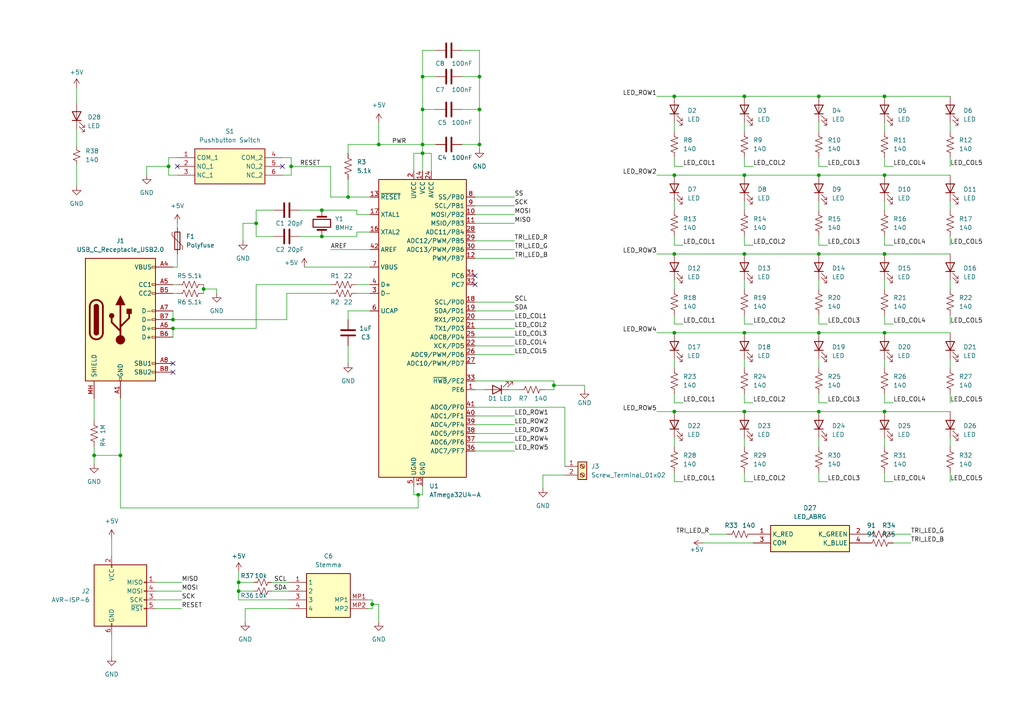
<source format=kicad_sch>
(kicad_sch (version 20230121) (generator eeschema)
  (paper "A4")
  (junction (at 59.055 83.82))
  (junction (at 215.9 96.52))
  (junction (at 139.065 41.91))
  (junction (at 256.54 73.66))
  (junction (at 100.965 57.15))
  (junction (at 237.49 96.52))
  (junction (at 256.54 96.52))
  (junction (at 237.49 73.66))
  (junction (at 122.555 44.45))
  (junction (at 69.215 171.45))
  (junction (at 195.58 119.38))
  (junction (at 122.555 22.225))
  (junction (at 69.215 168.91))
  (junction (at 48.895 48.26))
  (junction (at 256.54 119.38))
  (junction (at 93.345 68.58))
  (junction (at 122.555 31.75))
  (junction (at 139.065 22.225))
  (junction (at 237.49 119.38))
  (junction (at 121.285 143.51))
  (junction (at 195.58 50.8))
  (junction (at 50.165 95.25))
  (junction (at 160.655 111.76))
  (junction (at 34.925 132.08))
  (junction (at 27.305 132.08))
  (junction (at 215.9 50.8))
  (junction (at 237.49 50.8))
  (junction (at 215.9 27.94))
  (junction (at 256.54 50.8))
  (junction (at 215.9 119.38))
  (junction (at 50.165 92.71))
  (junction (at 256.54 27.94))
  (junction (at 195.58 96.52))
  (junction (at 215.9 73.66))
  (junction (at 107.95 175.26))
  (junction (at 122.555 41.91))
  (junction (at 109.855 41.91))
  (junction (at 237.49 27.94))
  (junction (at 84.455 48.26))
  (junction (at 93.345 60.96))
  (junction (at 195.58 27.94))
  (junction (at 74.295 64.77))
  (junction (at 195.58 73.66))
  (junction (at 139.065 31.75))
  (no_connect (at 51.435 48.26))
  (no_connect (at 50.165 105.41))
  (no_connect (at 137.795 82.55))
  (no_connect (at 137.795 80.01))
  (no_connect (at 81.915 48.26))
  (no_connect (at 50.165 107.95))
  (wire (pts (xy 70.485 64.77) (xy 74.295 64.77)))
  (wire (pts (xy 275.59 81.28) (xy 275.59 83.82)))
  (wire (pts (xy 195.58 119.38) (xy 215.9 119.38)))
  (wire (pts (xy 107.95 176.53) (xy 107.95 175.26)))
  (wire (pts (xy 195.58 50.8) (xy 215.9 50.8)))
  (wire (pts (xy 215.9 96.52) (xy 237.49 96.52)))
  (wire (pts (xy 240.03 116.84) (xy 237.49 116.84)))
  (wire (pts (xy 126.365 22.225) (xy 122.555 22.225)))
  (wire (pts (xy 62.865 83.82) (xy 62.865 85.09)))
  (wire (pts (xy 137.795 95.25) (xy 149.225 95.25)))
  (wire (pts (xy 137.795 69.85) (xy 149.225 69.85)))
  (wire (pts (xy 275.59 35.56) (xy 275.59 38.1)))
  (wire (pts (xy 139.065 41.91) (xy 139.065 43.18)))
  (wire (pts (xy 34.925 147.32) (xy 121.285 147.32)))
  (wire (pts (xy 195.58 71.12) (xy 195.58 68.58)))
  (wire (pts (xy 195.58 127) (xy 195.58 129.54)))
  (wire (pts (xy 198.12 93.98) (xy 195.58 93.98)))
  (wire (pts (xy 22.225 37.465) (xy 22.225 42.545)))
  (wire (pts (xy 163.83 137.795) (xy 157.48 137.795)))
  (wire (pts (xy 240.03 139.7) (xy 237.49 139.7)))
  (wire (pts (xy 137.795 57.15) (xy 149.225 57.15)))
  (wire (pts (xy 86.995 68.58) (xy 93.345 68.58)))
  (wire (pts (xy 237.49 73.66) (xy 256.54 73.66)))
  (wire (pts (xy 256.54 35.56) (xy 256.54 38.1)))
  (wire (pts (xy 137.795 90.17) (xy 149.225 90.17)))
  (wire (pts (xy 133.985 41.91) (xy 139.065 41.91)))
  (wire (pts (xy 275.59 137.16) (xy 275.59 139.7)))
  (wire (pts (xy 256.54 73.66) (xy 275.59 73.66)))
  (wire (pts (xy 195.58 104.14) (xy 195.58 106.68)))
  (wire (pts (xy 237.49 116.84) (xy 237.49 114.3)))
  (wire (pts (xy 100.965 52.07) (xy 100.965 57.15)))
  (wire (pts (xy 137.795 92.71) (xy 149.225 92.71)))
  (wire (pts (xy 103.505 60.96) (xy 93.345 60.96)))
  (wire (pts (xy 256.54 119.38) (xy 275.59 119.38)))
  (wire (pts (xy 195.58 73.66) (xy 215.9 73.66)))
  (wire (pts (xy 195.58 116.84) (xy 195.58 114.3)))
  (wire (pts (xy 100.965 90.17) (xy 100.965 92.71)))
  (wire (pts (xy 95.885 48.26) (xy 95.885 57.15)))
  (wire (pts (xy 195.58 81.28) (xy 195.58 83.82)))
  (wire (pts (xy 256.54 50.8) (xy 275.59 50.8)))
  (wire (pts (xy 215.9 50.8) (xy 237.49 50.8)))
  (wire (pts (xy 259.08 71.12) (xy 256.54 71.12)))
  (wire (pts (xy 147.955 113.03) (xy 150.495 113.03)))
  (wire (pts (xy 215.9 127) (xy 215.9 129.54)))
  (wire (pts (xy 45.085 173.99) (xy 52.705 173.99)))
  (wire (pts (xy 218.44 116.84) (xy 215.9 116.84)))
  (wire (pts (xy 78.74 168.91) (xy 83.82 168.91)))
  (wire (pts (xy 103.505 67.31) (xy 107.315 67.31)))
  (wire (pts (xy 237.49 58.42) (xy 237.49 60.96)))
  (wire (pts (xy 107.95 173.99) (xy 107.95 175.26)))
  (wire (pts (xy 256.54 93.98) (xy 256.54 91.44)))
  (wire (pts (xy 275.59 114.3) (xy 275.59 116.84)))
  (wire (pts (xy 198.12 71.12) (xy 195.58 71.12)))
  (wire (pts (xy 27.305 132.08) (xy 27.305 129.54)))
  (wire (pts (xy 109.855 41.91) (xy 100.965 41.91)))
  (wire (pts (xy 259.08 48.26) (xy 256.54 48.26)))
  (wire (pts (xy 190.5 96.52) (xy 195.58 96.52)))
  (wire (pts (xy 158.115 113.03) (xy 160.655 113.03)))
  (wire (pts (xy 198.12 48.26) (xy 195.58 48.26)))
  (wire (pts (xy 137.795 74.93) (xy 149.225 74.93)))
  (wire (pts (xy 237.49 81.28) (xy 237.49 83.82)))
  (wire (pts (xy 45.085 168.91) (xy 52.705 168.91)))
  (wire (pts (xy 83.82 176.53) (xy 71.12 176.53)))
  (wire (pts (xy 125.095 49.53) (xy 125.095 44.45)))
  (wire (pts (xy 237.49 35.56) (xy 237.49 38.1)))
  (wire (pts (xy 73.66 168.91) (xy 69.215 168.91)))
  (wire (pts (xy 259.08 154.94) (xy 264.16 154.94)))
  (wire (pts (xy 74.295 64.77) (xy 74.295 60.96)))
  (wire (pts (xy 51.435 64.77) (xy 51.435 66.04)))
  (wire (pts (xy 256.54 27.94) (xy 275.59 27.94)))
  (wire (pts (xy 137.795 59.69) (xy 149.225 59.69)))
  (wire (pts (xy 160.655 111.76) (xy 160.655 113.03)))
  (wire (pts (xy 109.855 175.26) (xy 109.855 180.34)))
  (wire (pts (xy 45.085 171.45) (xy 52.705 171.45)))
  (wire (pts (xy 137.795 100.33) (xy 149.225 100.33)))
  (wire (pts (xy 59.055 82.55) (xy 59.055 83.82)))
  (wire (pts (xy 83.185 85.09) (xy 95.885 85.09)))
  (wire (pts (xy 256.54 127) (xy 256.54 129.54)))
  (wire (pts (xy 126.365 14.605) (xy 122.555 14.605)))
  (wire (pts (xy 215.9 35.56) (xy 215.9 38.1)))
  (wire (pts (xy 137.795 62.23) (xy 149.225 62.23)))
  (wire (pts (xy 195.58 96.52) (xy 215.9 96.52)))
  (wire (pts (xy 218.44 93.98) (xy 215.9 93.98)))
  (wire (pts (xy 122.555 41.91) (xy 126.365 41.91)))
  (wire (pts (xy 50.165 90.17) (xy 50.165 92.71)))
  (wire (pts (xy 70.485 64.77) (xy 70.485 69.85)))
  (wire (pts (xy 237.49 127) (xy 237.49 129.54)))
  (wire (pts (xy 120.015 44.45) (xy 122.555 44.45)))
  (wire (pts (xy 215.9 139.7) (xy 215.9 137.16)))
  (wire (pts (xy 237.49 139.7) (xy 237.49 137.16)))
  (wire (pts (xy 125.095 44.45) (xy 122.555 44.45)))
  (wire (pts (xy 81.915 50.8) (xy 84.455 50.8)))
  (wire (pts (xy 256.54 81.28) (xy 256.54 83.82)))
  (wire (pts (xy 195.58 48.26) (xy 195.58 45.72)))
  (wire (pts (xy 237.49 93.98) (xy 237.49 91.44)))
  (wire (pts (xy 137.795 97.79) (xy 149.225 97.79)))
  (wire (pts (xy 74.295 82.55) (xy 95.885 82.55)))
  (wire (pts (xy 195.58 139.7) (xy 195.58 137.16)))
  (wire (pts (xy 205.74 154.94) (xy 210.82 154.94)))
  (wire (pts (xy 69.215 171.45) (xy 73.66 171.45)))
  (wire (pts (xy 215.9 81.28) (xy 215.9 83.82)))
  (wire (pts (xy 86.995 60.96) (xy 93.345 60.96)))
  (wire (pts (xy 133.985 14.605) (xy 139.065 14.605)))
  (wire (pts (xy 126.365 31.75) (xy 122.555 31.75)))
  (wire (pts (xy 74.295 82.55) (xy 74.295 95.25)))
  (wire (pts (xy 48.895 48.26) (xy 48.895 45.72)))
  (wire (pts (xy 106.68 173.99) (xy 107.95 173.99)))
  (wire (pts (xy 121.285 143.51) (xy 122.555 143.51)))
  (wire (pts (xy 51.435 77.47) (xy 50.165 77.47)))
  (wire (pts (xy 160.655 110.49) (xy 137.795 110.49)))
  (wire (pts (xy 122.555 143.51) (xy 122.555 140.97)))
  (wire (pts (xy 137.795 87.63) (xy 149.225 87.63)))
  (wire (pts (xy 275.59 68.58) (xy 275.59 71.12)))
  (wire (pts (xy 51.435 85.09) (xy 50.165 85.09)))
  (wire (pts (xy 275.59 104.14) (xy 275.59 106.68)))
  (wire (pts (xy 27.305 134.62) (xy 27.305 132.08)))
  (wire (pts (xy 237.49 27.94) (xy 256.54 27.94)))
  (wire (pts (xy 84.455 50.8) (xy 84.455 48.26)))
  (wire (pts (xy 122.555 44.45) (xy 122.555 41.91)))
  (wire (pts (xy 259.08 139.7) (xy 256.54 139.7)))
  (wire (pts (xy 122.555 22.225) (xy 122.555 31.75)))
  (wire (pts (xy 69.215 165.735) (xy 69.215 168.91)))
  (wire (pts (xy 218.44 48.26) (xy 215.9 48.26)))
  (wire (pts (xy 83.82 173.99) (xy 69.215 173.99)))
  (wire (pts (xy 100.965 57.15) (xy 107.315 57.15)))
  (wire (pts (xy 198.12 139.7) (xy 195.58 139.7)))
  (wire (pts (xy 240.03 71.12) (xy 237.49 71.12)))
  (wire (pts (xy 195.58 35.56) (xy 195.58 38.1)))
  (wire (pts (xy 122.555 14.605) (xy 122.555 22.225)))
  (wire (pts (xy 32.385 184.15) (xy 32.385 190.5)))
  (wire (pts (xy 122.555 31.75) (xy 122.555 41.91)))
  (wire (pts (xy 137.795 125.73) (xy 149.225 125.73)))
  (wire (pts (xy 32.385 156.21) (xy 32.385 161.29)))
  (wire (pts (xy 48.895 45.72) (xy 51.435 45.72)))
  (wire (pts (xy 103.505 82.55) (xy 107.315 82.55)))
  (wire (pts (xy 137.795 128.27) (xy 149.225 128.27)))
  (wire (pts (xy 256.54 116.84) (xy 256.54 114.3)))
  (wire (pts (xy 59.055 83.82) (xy 62.865 83.82)))
  (wire (pts (xy 160.655 111.76) (xy 160.655 110.49)))
  (wire (pts (xy 237.49 50.8) (xy 256.54 50.8)))
  (wire (pts (xy 237.49 119.38) (xy 256.54 119.38)))
  (wire (pts (xy 103.505 85.09) (xy 107.315 85.09)))
  (wire (pts (xy 195.58 58.42) (xy 195.58 60.96)))
  (wire (pts (xy 160.655 111.76) (xy 169.545 111.76)))
  (wire (pts (xy 195.58 27.94) (xy 215.9 27.94)))
  (wire (pts (xy 198.12 116.84) (xy 195.58 116.84)))
  (wire (pts (xy 163.83 118.11) (xy 163.83 135.255)))
  (wire (pts (xy 107.315 90.17) (xy 100.965 90.17)))
  (wire (pts (xy 27.305 115.57) (xy 27.305 121.92)))
  (wire (pts (xy 71.12 176.53) (xy 71.12 180.34)))
  (wire (pts (xy 121.285 143.51) (xy 121.285 147.32)))
  (wire (pts (xy 137.795 123.19) (xy 149.225 123.19)))
  (wire (pts (xy 133.985 22.225) (xy 139.065 22.225)))
  (wire (pts (xy 215.9 104.14) (xy 215.9 106.68)))
  (wire (pts (xy 22.225 25.4) (xy 22.225 29.845)))
  (wire (pts (xy 79.375 68.58) (xy 74.295 68.58)))
  (wire (pts (xy 137.795 130.81) (xy 149.225 130.81)))
  (wire (pts (xy 215.9 93.98) (xy 215.9 91.44)))
  (wire (pts (xy 275.59 127) (xy 275.59 129.54)))
  (wire (pts (xy 50.165 92.71) (xy 83.185 92.71)))
  (wire (pts (xy 45.085 176.53) (xy 52.705 176.53)))
  (wire (pts (xy 215.9 71.12) (xy 215.9 68.58)))
  (wire (pts (xy 88.265 77.47) (xy 107.315 77.47)))
  (wire (pts (xy 190.5 50.8) (xy 195.58 50.8)))
  (wire (pts (xy 103.505 62.23) (xy 107.315 62.23)))
  (wire (pts (xy 122.555 41.91) (xy 109.855 41.91)))
  (wire (pts (xy 59.055 83.82) (xy 59.055 85.09)))
  (wire (pts (xy 218.44 71.12) (xy 215.9 71.12)))
  (wire (pts (xy 42.545 50.8) (xy 42.545 48.26)))
  (wire (pts (xy 22.225 53.975) (xy 22.225 47.625)))
  (wire (pts (xy 264.16 157.48) (xy 259.08 157.48)))
  (wire (pts (xy 218.44 157.48) (xy 203.835 157.48)))
  (wire (pts (xy 218.44 139.7) (xy 215.9 139.7)))
  (wire (pts (xy 103.505 62.23) (xy 103.505 60.96)))
  (wire (pts (xy 48.895 50.8) (xy 48.895 48.26)))
  (wire (pts (xy 256.54 139.7) (xy 256.54 137.16)))
  (wire (pts (xy 215.9 119.38) (xy 237.49 119.38)))
  (wire (pts (xy 100.965 100.33) (xy 100.965 105.41)))
  (wire (pts (xy 51.435 73.66) (xy 51.435 77.47)))
  (wire (pts (xy 74.295 68.58) (xy 74.295 64.77)))
  (wire (pts (xy 137.795 72.39) (xy 149.225 72.39)))
  (wire (pts (xy 42.545 48.26) (xy 48.895 48.26)))
  (wire (pts (xy 190.5 119.38) (xy 195.58 119.38)))
  (wire (pts (xy 78.74 171.45) (xy 83.82 171.45)))
  (wire (pts (xy 139.065 31.75) (xy 139.065 41.91)))
  (wire (pts (xy 195.58 93.98) (xy 195.58 91.44)))
  (wire (pts (xy 215.9 116.84) (xy 215.9 114.3)))
  (wire (pts (xy 215.9 58.42) (xy 215.9 60.96)))
  (wire (pts (xy 34.925 115.57) (xy 34.925 132.08)))
  (wire (pts (xy 190.5 73.66) (xy 195.58 73.66)))
  (wire (pts (xy 139.065 22.225) (xy 139.065 31.75)))
  (wire (pts (xy 106.68 176.53) (xy 107.95 176.53)))
  (wire (pts (xy 259.08 93.98) (xy 256.54 93.98)))
  (wire (pts (xy 34.925 132.08) (xy 34.925 147.32)))
  (wire (pts (xy 74.295 95.25) (xy 50.165 95.25)))
  (wire (pts (xy 120.015 49.53) (xy 120.015 44.45)))
  (wire (pts (xy 240.03 93.98) (xy 237.49 93.98)))
  (wire (pts (xy 81.915 45.72) (xy 84.455 45.72)))
  (wire (pts (xy 95.885 72.39) (xy 107.315 72.39)))
  (wire (pts (xy 121.285 143.51) (xy 120.015 143.51)))
  (wire (pts (xy 157.48 137.795) (xy 157.48 141.605)))
  (wire (pts (xy 275.59 91.44) (xy 275.59 93.98)))
  (wire (pts (xy 133.985 31.75) (xy 139.065 31.75)))
  (wire (pts (xy 84.455 48.26) (xy 95.885 48.26)))
  (wire (pts (xy 51.435 82.55) (xy 50.165 82.55)))
  (wire (pts (xy 69.215 168.91) (xy 69.215 171.45)))
  (wire (pts (xy 256.54 48.26) (xy 256.54 45.72)))
  (wire (pts (xy 95.885 57.15) (xy 100.965 57.15)))
  (wire (pts (xy 83.185 92.71) (xy 83.185 85.09)))
  (wire (pts (xy 79.375 60.96) (xy 74.295 60.96)))
  (wire (pts (xy 259.08 116.84) (xy 256.54 116.84)))
  (wire (pts (xy 275.59 58.42) (xy 275.59 60.96)))
  (wire (pts (xy 275.59 45.72) (xy 275.59 48.26)))
  (wire (pts (xy 237.49 71.12) (xy 237.49 68.58)))
  (wire (pts (xy 237.49 104.14) (xy 237.49 106.68)))
  (wire (pts (xy 237.49 96.52) (xy 256.54 96.52)))
  (wire (pts (xy 169.545 113.03) (xy 169.545 111.76)))
  (wire (pts (xy 137.795 120.65) (xy 149.225 120.65)))
  (wire (pts (xy 139.065 14.605) (xy 139.065 22.225)))
  (wire (pts (xy 51.435 50.8) (xy 48.895 50.8)))
  (wire (pts (xy 215.9 48.26) (xy 215.9 45.72)))
  (wire (pts (xy 237.49 48.26) (xy 237.49 45.72)))
  (wire (pts (xy 137.795 102.87) (xy 149.225 102.87)))
  (wire (pts (xy 240.03 48.26) (xy 237.49 48.26)))
  (wire (pts (xy 69.215 171.45) (xy 69.215 173.99)))
  (wire (pts (xy 215.9 73.66) (xy 237.49 73.66)))
  (wire (pts (xy 256.54 71.12) (xy 256.54 68.58)))
  (wire (pts (xy 107.95 175.26) (xy 109.855 175.26)))
  (wire (pts (xy 215.9 27.94) (xy 237.49 27.94)))
  (wire (pts (xy 137.795 118.11) (xy 163.83 118.11)))
  (wire (pts (xy 256.54 96.52) (xy 275.59 96.52)))
  (wire (pts (xy 256.54 104.14) (xy 256.54 106.68)))
  (wire (pts (xy 84.455 45.72) (xy 84.455 48.26)))
  (wire (pts (xy 122.555 49.53) (xy 122.555 44.45)))
  (wire (pts (xy 256.54 58.42) (xy 256.54 60.96)))
  (wire (pts (xy 190.5 27.94) (xy 195.58 27.94)))
  (wire (pts (xy 103.505 68.58) (xy 93.345 68.58)))
  (wire (pts (xy 109.855 35.56) (xy 109.855 41.91)))
  (wire (pts (xy 137.795 64.77) (xy 149.225 64.77)))
  (wire (pts (xy 137.795 113.03) (xy 140.335 113.03)))
  (wire (pts (xy 103.505 67.31) (xy 103.505 68.58)))
  (wire (pts (xy 100.965 41.91) (xy 100.965 44.45)))
  (wire (pts (xy 27.305 132.08) (xy 34.925 132.08)))
  (wire (pts (xy 120.015 143.51) (xy 120.015 140.97)))
  (wire (pts (xy 50.165 95.25) (xy 50.165 97.79)))
  (label "SCK" (at 52.705 173.99 0))
  (label "LED_COL5" (at 275.59 93.98 0))
  (label "LED_COL1" (at 149.225 92.71 0))
  (label "LED_COL3" (at 240.03 139.7 0))
  (label "LED_COL1" (at 198.12 139.7 0))
  (label "RESET" (at 86.995 48.26 0))
  (label "LED_COL1" (at 198.12 116.84 0))
  (label "LED_COL4" (at 259.08 93.98 0))
  (label "SDA" (at 83.185 171.45 180))
  (label "LED_COL2" (at 218.44 139.7 0))
  (label "LED_COL5" (at 275.59 139.7 0))
  (label "SCK" (at 149.225 59.69 0))
  (label "LED_COL2" (at 218.44 116.84 0))
  (label "LED_COL2" (at 149.225 95.25 0))
  (label "LED_COL3" (at 240.03 116.84 0))
  (label "TRI_LED_B" (at 149.225 74.93 0))
  (label "LED_COL3" (at 149.225 97.79 0))
  (label "MISO" (at 149.225 64.77 0))
  (label "SCL" (at 149.225 87.63 0))
  (label "TRI_LED_G" (at 264.16 154.94 0))
  (label "LED_ROW3" (at 190.5 73.66 180))
  (label "MISO" (at 52.705 168.91 0))
  (label "LED_ROW1" (at 190.5 27.94 180))
  (label "LED_COL4" (at 259.08 48.26 0))
  (label "LED_ROW3" (at 149.225 125.73 0))
  (label "SDA" (at 149.225 90.17 0))
  (label "LED_COL1" (at 198.12 71.12 0))
  (label "TRI_LED_R" (at 149.225 69.85 0))
  (label "LED_ROW1" (at 149.225 120.65 0))
  (label "LED_ROW5" (at 149.225 130.81 0))
  (label "LED_COL4" (at 259.08 139.7 0))
  (label "LED_ROW5" (at 190.5 119.38 180))
  (label "LED_COL2" (at 218.44 93.98 0))
  (label "RESET" (at 52.705 176.53 0))
  (label "LED_COL5" (at 149.225 102.87 0))
  (label "LED_COL3" (at 240.03 93.98 0))
  (label "MOSI" (at 149.225 62.23 0))
  (label "LED_COL1" (at 198.12 48.26 0))
  (label "LED_COL3" (at 240.03 71.12 0))
  (label "LED_COL4" (at 259.08 71.12 0))
  (label "TRI_LED_B" (at 264.16 157.48 0))
  (label "LED_COL4" (at 149.225 100.33 0))
  (label "PWR" (at 113.665 41.91 0))
  (label "LED_ROW4" (at 149.225 128.27 0))
  (label "LED_ROW4" (at 190.5 96.52 180))
  (label "LED_COL5" (at 275.59 71.12 0))
  (label "LED_COL3" (at 240.03 48.26 0))
  (label "SCL" (at 83.185 168.91 180))
  (label "LED_COL4" (at 259.08 116.84 0))
  (label "MOSI" (at 52.705 171.45 0))
  (label "SS" (at 149.225 57.15 0))
  (label "LED_ROW2" (at 190.5 50.8 180))
  (label "TRI_LED_G" (at 149.225 72.39 0))
  (label "LED_COL2" (at 218.44 48.26 0))
  (label "LED_ROW2" (at 149.225 123.19 0))
  (label "LED_COL1" (at 198.12 93.98 0))
  (label "AREF" (at 95.885 72.39 0))
  (label "LED_COL5" (at 275.59 48.26 0))
  (label "LED_COL5" (at 275.59 116.84 0))
  (label "LED_COL2" (at 218.44 71.12 0))
  (label "TRI_LED_R" (at 205.74 154.94 180))
  (symbol (lib_id "Device:R_US") (at 255.27 154.94 270) (unit 1)
    (property "Reference" "R34" (at 257.81 152.4 90))
    (property "Value" "91" (at 252.73 152.4 90))
    (property "Footprint" "Resistor_SMD:R_0805_2012Metric_Pad1.20x1.40mm_HandSolder" (effects hide))
    (property "Datasheet" "https://www.mouser.com/ProductDetail/71-CRCW080591R0FKEAC" (effects hide))
  )
  (symbol (lib_id "Device:LED") (at 275.59 100.33 90) (unit 1)
    (property "Reference" "D21" (at 279.4 100.6475 90) (effects (justify right)))
    (property "Value" "LED" (at 279.4 103.1875 90) (effects (justify right)))
    (property "Footprint" "LED_SMD:LED_0805_2012Metric_Pad1.15x1.40mm_HandSolder" (effects hide))
    (property "Datasheet" "https://www.mouser.com/ProductDetail/ams-OSRAM/LG-R971-KN-1?qs=LsPilcdHE7EX1EB7GCLHxg%3D%3D" (effects hide))
  )
  (symbol (lib_id "Device:R_Small_US") (at 22.225 45.085 0) (unit 1)
    (property "Reference" "R38" (at 24.765 43.815 0) (effects (justify left)))
    (property "Value" "140" (at 24.765 46.355 0) (effects (justify left)))
    (property "Footprint" "Resistor_SMD:R_0805_2012Metric_Pad1.20x1.40mm_HandSolder" (effects hide))
    (property "Datasheet" "https://www.mouser.com/ProductDetail/652-CR0805FX-1400ELF" (effects hide))
  )
  (symbol (lib_id "Device:C") (at 100.965 96.52 180) (unit 1)
    (property "Reference" "C3" (at 106.045 97.79 0))
    (property "Value" "1uF" (at 106.045 95.25 0))
    (property "Footprint" "Capacitor_SMD:C_0603_1608Metric_Pad1.08x0.95mm_HandSolder" (effects hide))
    (property "Datasheet" "https://www.mouser.com/ProductDetail/810-CGA3E1X7R1C105AC" (effects hide))
  )
  (symbol (lib_id "Device:LED") (at 22.225 33.655 90) (unit 1)
    (property "Reference" "D28" (at 25.4 33.9725 90) (effects (justify right)))
    (property "Value" "LED" (at 25.4 36.5125 90) (effects (justify right)))
    (property "Footprint" "LED_SMD:LED_0805_2012Metric_Pad1.15x1.40mm_HandSolder" (effects hide))
    (property "Datasheet" "https://www.mouser.com/ProductDetail/ROHM-Semiconductor/SML-H12V8TT86?qs=493kPxzlxfI59R5PYPQRxg%3D%3D" (effects hide))
  )
  (symbol (lib_id "Device:R_US") (at 99.695 85.09 90) (unit 1)
    (property "Reference" "R2" (at 97.155 87.63 90))
    (property "Value" "22" (at 100.965 87.63 90))
    (property "Footprint" "Resistor_SMD:R_0805_2012Metric_Pad1.20x1.40mm_HandSolder" (effects hide))
    (property "Datasheet" "https://www.mouser.com/ProductDetail/667-ERJ-6ENF22R0V" (effects hide))
  )
  (symbol (lib_id "Device:R_US") (at 275.59 133.35 0) (unit 1)
    (property "Reference" "R32" (at 278.13 132.08 0) (effects (justify left)))
    (property "Value" "140" (at 278.13 134.62 0) (effects (justify left)))
    (property "Footprint" "Resistor_SMD:R_0805_2012Metric_Pad1.20x1.40mm_HandSolder" (effects hide))
    (property "Datasheet" "https://www.mouser.com/ProductDetail/652-CR0805FX-1400ELF" (effects hide))
  )
  (symbol (lib_id "Device:R_US") (at 237.49 133.35 0) (unit 1)
    (property "Reference" "R30" (at 240.03 132.08 0) (effects (justify left)))
    (property "Value" "140" (at 240.03 134.62 0) (effects (justify left)))
    (property "Footprint" "Resistor_SMD:R_0805_2012Metric_Pad1.20x1.40mm_HandSolder" (effects hide))
    (property "Datasheet" "https://www.mouser.com/ProductDetail/652-CR0805FX-1400ELF" (effects hide))
  )
  (symbol (lib_id "power:GND") (at 71.12 180.34 0) (unit 1)
    (property "Reference" "#PWR015" (effects hide))
    (property "Value" "GND" (at 71.12 185.42 0))
  )
  (symbol (lib_id "power:GND") (at 42.545 50.8 0) (unit 1)
    (property "Reference" "#PWR014" (effects hide))
    (property "Value" "GND" (at 42.545 55.88 0))
  )
  (symbol (lib_id "basic_microcontroller:SPEJ110100") (at 51.435 45.72 0) (unit 1)
    (property "Reference" "S1" (at 66.675 38.1 0))
    (property "Value" "Pushbutton Switch" (at 66.675 40.64 0))
    (property "Footprint" "basic_microcontroller:Pushbutton Switch" (effects hide))
    (property "Datasheet" "https://www.mouser.com/ProductDetail/688-SPEJ110100" (effects hide))
    (property "Height" "8" (effects hide))
    (property "Mouser Part Number" "688-SPEJ110100" (effects hide))
    (property "Mouser Price/Stock" "https://www.mouser.co.uk/ProductDetail/Alps-Alpine/SPEJ110100?qs=YMSFtX0bdJBg5hL%2FI29c%252BQ%3D%3D" (effects hide))
    (property "Manufacturer_Name" "ALPS Electric" (effects hide))
    (property "Manufacturer_Part_Number" "SPEJ110100" (effects hide))
  )
  (symbol (lib_id "Device:R_US") (at 195.58 41.91 0) (unit 1)
    (property "Reference" "R8" (at 198.12 40.64 0) (effects (justify left)))
    (property "Value" "140" (at 198.12 43.18 0) (effects (justify left)))
    (property "Footprint" "Resistor_SMD:R_0805_2012Metric_Pad1.20x1.40mm_HandSolder" (effects hide))
    (property "Datasheet" "https://www.mouser.com/ProductDetail/652-CR0805FX-1400ELF" (effects hide))
  )
  (symbol (lib_id "Device:R_US") (at 214.63 154.94 90) (unit 1)
    (property "Reference" "R33" (at 212.09 152.4 90))
    (property "Value" "140" (at 217.17 152.4 90))
    (property "Footprint" "Resistor_SMD:R_0805_2012Metric_Pad1.20x1.40mm_HandSolder" (effects hide))
    (property "Datasheet" "https://www.mouser.com/ProductDetail/652-CR0805FX-1400ELF" (effects hide))
  )
  (symbol (lib_id "Device:R_US") (at 256.54 41.91 0) (unit 1)
    (property "Reference" "R11" (at 259.08 40.64 0) (effects (justify left)))
    (property "Value" "140" (at 259.08 43.18 0) (effects (justify left)))
    (property "Footprint" "Resistor_SMD:R_0805_2012Metric_Pad1.20x1.40mm_HandSolder" (effects hide))
    (property "Datasheet" "https://www.mouser.com/ProductDetail/652-CR0805FX-1400ELF" (effects hide))
  )
  (symbol (lib_id "Device:C") (at 130.175 22.225 270) (unit 1)
    (property "Reference" "C7" (at 127.635 26.035 90))
    (property "Value" "100nF" (at 133.985 26.035 90))
    (property "Footprint" "Capacitor_SMD:C_0603_1608Metric_Pad1.08x0.95mm_HandSolder" (effects hide))
    (property "Datasheet" "https://www.mouser.com/ProductDetail/81-GCM188R71C104KA7J" (effects hide))
  )
  (symbol (lib_id "power:GND") (at 27.305 134.62 0) (unit 1)
    (property "Reference" "#PWR03" (effects hide))
    (property "Value" "GND" (at 27.305 139.7 0))
  )
  (symbol (lib_id "Device:LED") (at 195.58 31.75 90) (unit 1)
    (property "Reference" "D2" (at 199.39 32.0675 90) (effects (justify right)))
    (property "Value" "LED" (at 199.39 34.6075 90) (effects (justify right)))
    (property "Footprint" "LED_SMD:LED_0805_2012Metric_Pad1.15x1.40mm_HandSolder" (effects hide))
    (property "Datasheet" "https://www.mouser.com/ProductDetail/ams-OSRAM/LG-R971-KN-1?qs=LsPilcdHE7EX1EB7GCLHxg%3D%3D" (effects hide))
  )
  (symbol (lib_id "Device:R_US") (at 100.965 48.26 0) (unit 1)
    (property "Reference" "R3" (at 103.505 46.99 0) (effects (justify left)))
    (property "Value" "5.1k" (at 103.505 49.53 0) (effects (justify left)))
    (property "Footprint" "Resistor_SMD:R_0603_1608Metric_Pad0.98x0.95mm_HandSolder" (effects hide))
  )
  (symbol (lib_id "Device:R_US") (at 256.54 133.35 0) (unit 1)
    (property "Reference" "R31" (at 259.08 132.08 0) (effects (justify left)))
    (property "Value" "140" (at 259.08 134.62 0) (effects (justify left)))
    (property "Footprint" "Resistor_SMD:R_0805_2012Metric_Pad1.20x1.40mm_HandSolder" (effects hide))
    (property "Datasheet" "https://www.mouser.com/ProductDetail/652-CR0805FX-1400ELF" (effects hide))
  )
  (symbol (lib_id "power:+5V") (at 32.385 156.21 0) (unit 1)
    (property "Reference" "#PWR010" (effects hide))
    (property "Value" "+5V" (at 32.385 151.13 0))
  )
  (symbol (lib_id "power:GND") (at 139.065 43.18 0) (unit 1)
    (property "Reference" "#PWR08" (effects hide))
    (property "Value" "GND" (at 139.065 48.26 0))
  )
  (symbol (lib_id "basic_microcontroller:IN-S85TATRGB") (at 218.44 154.94 0) (unit 1)
    (property "Reference" "D27" (at 234.95 147.32 0))
    (property "Value" "LED_ABRG" (at 234.95 149.86 0))
    (property "Footprint" "basic_microcontroller:RGB LED" (effects hide))
    (property "Datasheet" "https://www.mouser.com/ProductDetail/Inolux/IN-S85TATRGB?qs=fAHHVMwC%252BbjTv4T6LB3H6Q%3D%3D" (effects hide))
    (property "Height" "1.1" (effects hide))
    (property "Mouser Part Number" "743-IN-S85TATRGB" (effects hide))
    (property "Mouser Price/Stock" "https://www.mouser.co.uk/ProductDetail/Inolux/IN-S85TATRGB?qs=fAHHVMwC%252BbjTv4T6LB3H6Q%3D%3D" (effects hide))
    (property "Manufacturer_Name" "Inolux" (effects hide))
    (property "Manufacturer_Part_Number" "IN-S85TATRGB" (effects hide))
  )
  (symbol (lib_id "Device:R_US") (at 215.9 41.91 0) (unit 1)
    (property "Reference" "R9" (at 218.44 40.64 0) (effects (justify left)))
    (property "Value" "140" (at 218.44 43.18 0) (effects (justify left)))
    (property "Footprint" "Resistor_SMD:R_0805_2012Metric_Pad1.20x1.40mm_HandSolder" (effects hide))
    (property "Datasheet" "https://www.mouser.com/ProductDetail/652-CR0805FX-1400ELF" (effects hide))
  )
  (symbol (lib_id "Device:LED") (at 275.59 31.75 90) (unit 1)
    (property "Reference" "D6" (at 279.4 32.0675 90) (effects (justify right)))
    (property "Value" "LED" (at 279.4 34.6075 90) (effects (justify right)))
    (property "Footprint" "LED_SMD:LED_0805_2012Metric_Pad1.15x1.40mm_HandSolder" (effects hide))
    (property "Datasheet" "https://www.mouser.com/ProductDetail/ams-OSRAM/LG-R971-KN-1?qs=LsPilcdHE7EX1EB7GCLHxg%3D%3D" (effects hide))
  )
  (symbol (lib_id "MCU_Microchip_ATmega:ATmega32U4-A") (at 122.555 95.25 0) (unit 1)
    (property "Reference" "U1" (at 124.5109 140.97 0) (effects (justify left)))
    (property "Value" "ATmega32U4-A" (at 124.5109 143.51 0) (effects (justify left)))
    (property "Footprint" "Package_QFP:TQFP-44_10x10mm_P0.8mm" (effects hide))
    (property "Datasheet" "http://ww1.microchip.com/downloads/en/DeviceDoc/Atmel-7766-8-bit-AVR-ATmega16U4-32U4_Datasheet.pdf" (effects hide))
  )
  (symbol (lib_id "Device:LED") (at 237.49 100.33 90) (unit 1)
    (property "Reference" "D19" (at 241.3 100.6475 90) (effects (justify right)))
    (property "Value" "LED" (at 241.3 103.1875 90) (effects (justify right)))
    (property "Footprint" "LED_SMD:LED_0805_2012Metric_Pad1.15x1.40mm_HandSolder" (effects hide))
    (property "Datasheet" "https://www.mouser.com/ProductDetail/ams-OSRAM/LG-R971-KN-1?qs=LsPilcdHE7EX1EB7GCLHxg%3D%3D" (effects hide))
  )
  (symbol (lib_id "Device:R_US") (at 27.305 125.73 180) (unit 1)
    (property "Reference" "R4" (at 29.845 128.27 90))
    (property "Value" "1M" (at 29.845 124.46 90))
    (property "Footprint" "Resistor_SMD:R_0805_2012Metric_Pad1.20x1.40mm_HandSolder" (effects hide))
    (property "Datasheet" "https://www.mouser.com/ProductDetail/660-HV732ARTTD105J" (effects hide))
  )
  (symbol (lib_id "Device:C") (at 130.175 41.91 270) (unit 1)
    (property "Reference" "C4" (at 128.27 45.72 90))
    (property "Value" "100nF" (at 133.985 45.72 90))
    (property "Footprint" "Capacitor_SMD:C_0603_1608Metric_Pad1.08x0.95mm_HandSolder" (effects hide))
    (property "Datasheet" "https://www.mouser.com/ProductDetail/81-GCM188R71C104KA7J" (effects hide))
  )
  (symbol (lib_id "Device:R_US") (at 215.9 64.77 0) (unit 1)
    (property "Reference" "R14" (at 218.44 63.5 0) (effects (justify left)))
    (property "Value" "140" (at 218.44 66.04 0) (effects (justify left)))
    (property "Footprint" "Resistor_SMD:R_0805_2012Metric_Pad1.20x1.40mm_HandSolder" (effects hide))
    (property "Datasheet" "https://www.mouser.com/ProductDetail/652-CR0805FX-1400ELF" (effects hide))
  )
  (symbol (lib_id "Device:LED") (at 195.58 54.61 90) (unit 1)
    (property "Reference" "D7" (at 199.39 54.9275 90) (effects (justify right)))
    (property "Value" "LED" (at 199.39 57.4675 90) (effects (justify right)))
    (property "Footprint" "LED_SMD:LED_0805_2012Metric_Pad1.15x1.40mm_HandSolder" (effects hide))
    (property "Datasheet" "https://www.mouser.com/ProductDetail/ams-OSRAM/LG-R971-KN-1?qs=LsPilcdHE7EX1EB7GCLHxg%3D%3D" (effects hide))
  )
  (symbol (lib_id "basic_microcontroller:Stemma") (at 106.68 176.53 180) (unit 1)
    (property "Reference" "C6" (at 95.25 161.29 0))
    (property "Value" "Stemma" (at 95.25 163.83 0))
    (property "Footprint" "basic_microcontroller:stemma" (effects hide))
    (property "Datasheet" "https://www.mouser.dk/datasheet/2/737/4389_C13924-001_CCP-W20-03-BK-SMT-R-A-1708610.pdf" (effects hide))
    (property "Height" "6.85" (effects hide))
    (property "Mouser Part Number" "485-4392" (effects hide))
    (property "Mouser Price/Stock" "https://www.mouser.co.uk/ProductDetail/Adafruit/4392?qs=xZ%2FP%252Ba9zWqbG2TKb%252Bnxciw%3D%3D" (effects hide))
    (property "Manufacturer_Name" "Adafruit" (effects hide))
    (property "Manufacturer_Part_Number" "4392" (effects hide))
  )
  (symbol (lib_id "power:+5V") (at 203.835 157.48 90) (unit 1)
    (property "Reference" "#PWR012" (effects hide))
    (property "Value" "+5V" (at 200.025 159.385 90) (effects (justify right)))
  )
  (symbol (lib_id "Device:LED") (at 237.49 77.47 90) (unit 1)
    (property "Reference" "D14" (at 241.3 77.7875 90) (effects (justify right)))
    (property "Value" "LED" (at 241.3 80.3275 90) (effects (justify right)))
    (property "Footprint" "LED_SMD:LED_0805_2012Metric_Pad1.15x1.40mm_HandSolder" (effects hide))
    (property "Datasheet" "https://www.mouser.com/ProductDetail/ams-OSRAM/LG-R971-KN-1?qs=LsPilcdHE7EX1EB7GCLHxg%3D%3D" (effects hide))
  )
  (symbol (lib_id "Device:LED") (at 256.54 100.33 90) (unit 1)
    (property "Reference" "D20" (at 260.35 100.6475 90) (effects (justify right)))
    (property "Value" "LED" (at 260.35 103.1875 90) (effects (justify right)))
    (property "Footprint" "LED_SMD:LED_0805_2012Metric_Pad1.15x1.40mm_HandSolder" (effects hide))
    (property "Datasheet" "https://www.mouser.com/ProductDetail/ams-OSRAM/LG-R971-KN-1?qs=LsPilcdHE7EX1EB7GCLHxg%3D%3D" (effects hide))
  )
  (symbol (lib_id "Device:R_US") (at 215.9 87.63 0) (unit 1)
    (property "Reference" "R19" (at 218.44 86.36 0) (effects (justify left)))
    (property "Value" "140" (at 218.44 88.9 0) (effects (justify left)))
    (property "Footprint" "Resistor_SMD:R_0805_2012Metric_Pad1.20x1.40mm_HandSolder" (effects hide))
    (property "Datasheet" "https://www.mouser.com/ProductDetail/652-CR0805FX-1400ELF" (effects hide))
  )
  (symbol (lib_id "Device:C") (at 130.175 14.605 270) (unit 1)
    (property "Reference" "C8" (at 127.635 18.415 90))
    (property "Value" "100nF" (at 133.985 18.415 90))
    (property "Footprint" "Capacitor_SMD:C_0603_1608Metric_Pad1.08x0.95mm_HandSolder" (effects hide))
    (property "Datasheet" "https://www.mouser.com/ProductDetail/81-GCM188R71C104KA7J" (effects hide))
  )
  (symbol (lib_id "Device:LED") (at 237.49 54.61 90) (unit 1)
    (property "Reference" "D9" (at 241.3 54.9275 90) (effects (justify right)))
    (property "Value" "LED" (at 241.3 57.4675 90) (effects (justify right)))
    (property "Footprint" "LED_SMD:LED_0805_2012Metric_Pad1.15x1.40mm_HandSolder" (effects hide))
    (property "Datasheet" "https://www.mouser.com/ProductDetail/ams-OSRAM/LG-R971-KN-1?qs=LsPilcdHE7EX1EB7GCLHxg%3D%3D" (effects hide))
  )
  (symbol (lib_id "Device:LED") (at 256.54 31.75 90) (unit 1)
    (property "Reference" "D5" (at 260.35 32.0675 90) (effects (justify right)))
    (property "Value" "LED" (at 260.35 34.6075 90) (effects (justify right)))
    (property "Footprint" "LED_SMD:LED_0805_2012Metric_Pad1.15x1.40mm_HandSolder" (effects hide))
    (property "Datasheet" "https://www.mouser.com/ProductDetail/ams-OSRAM/LG-R971-KN-1?qs=LsPilcdHE7EX1EB7GCLHxg%3D%3D" (effects hide))
  )
  (symbol (lib_id "Connector:AVR-ISP-6") (at 34.925 173.99 0) (unit 1)
    (property "Reference" "J2" (at 26.035 171.45 0) (effects (justify right)))
    (property "Value" "AVR-ISP-6" (at 26.035 173.99 0) (effects (justify right)))
    (property "Footprint" "Connector_IDC:IDC-Header_2x03_P2.54mm_Vertical" (effects hide))
    (property "Datasheet" "https://www.mouser.com/ProductDetail/TE-Connectivity/1761681-1?qs=BqFpTYCQ3dLAeZ2wzdz7aw%3D%3D" (effects hide))
  )
  (symbol (lib_id "power:GND") (at 70.485 69.85 0) (unit 1)
    (property "Reference" "#PWR01" (effects hide))
    (property "Value" "GND" (at 70.485 74.93 0))
  )
  (symbol (lib_id "Device:R_US") (at 55.245 85.09 90) (unit 1)
    (property "Reference" "R6" (at 52.705 87.63 90))
    (property "Value" "5.1k" (at 56.515 87.63 90))
    (property "Footprint" "Resistor_SMD:R_0603_1608Metric_Pad0.98x0.95mm_HandSolder" (effects hide))
  )
  (symbol (lib_id "Device:Polyfuse") (at 51.435 69.85 0) (unit 1)
    (property "Reference" "F1" (at 53.975 68.58 0) (effects (justify left)))
    (property "Value" "Polyfuse" (at 53.975 71.12 0) (effects (justify left)))
    (property "Footprint" "Fuse:Fuse_1206_3216Metric_Pad1.42x1.75mm_HandSolder" (effects hide))
    (property "Datasheet" "https://www.mouser.com/ProductDetail/Bourns/MF-NSHT020KX-2?qs=XeJtXLiO41RZL4g88duWeg%3D%3D" (effects hide))
  )
  (symbol (lib_id "Device:R_US") (at 215.9 110.49 0) (unit 1)
    (property "Reference" "R24" (at 218.44 109.22 0) (effects (justify left)))
    (property "Value" "140" (at 218.44 111.76 0) (effects (justify left)))
    (property "Footprint" "Resistor_SMD:R_0805_2012Metric_Pad1.20x1.40mm_HandSolder" (effects hide))
    (property "Datasheet" "https://www.mouser.com/ProductDetail/652-CR0805FX-1400ELF" (effects hide))
  )
  (symbol (lib_id "Device:R_US") (at 255.27 157.48 270) (unit 1)
    (property "Reference" "R35" (at 257.81 154.94 90))
    (property "Value" "91" (at 252.73 154.94 90))
    (property "Footprint" "Resistor_SMD:R_0805_2012Metric_Pad1.20x1.40mm_HandSolder" (effects hide))
    (property "Datasheet" "https://www.mouser.com/ProductDetail/71-CRCW080591R0FKEAC" (effects hide))
  )
  (symbol (lib_id "Device:LED") (at 237.49 31.75 90) (unit 1)
    (property "Reference" "D4" (at 241.3 32.0675 90) (effects (justify right)))
    (property "Value" "LED" (at 241.3 34.6075 90) (effects (justify right)))
    (property "Footprint" "LED_SMD:LED_0805_2012Metric_Pad1.15x1.40mm_HandSolder" (effects hide))
    (property "Datasheet" "https://www.mouser.com/ProductDetail/ams-OSRAM/LG-R971-KN-1?qs=LsPilcdHE7EX1EB7GCLHxg%3D%3D" (effects hide))
  )
  (symbol (lib_id "Device:LED") (at 215.9 31.75 90) (unit 1)
    (property "Reference" "D3" (at 219.71 32.0675 90) (effects (justify right)))
    (property "Value" "LED" (at 219.71 34.6075 90) (effects (justify right)))
    (property "Footprint" "LED_SMD:LED_0805_2012Metric_Pad1.15x1.40mm_HandSolder" (effects hide))
    (property "Datasheet" "https://www.mouser.com/ProductDetail/ams-OSRAM/LG-R971-KN-1?qs=LsPilcdHE7EX1EB7GCLHxg%3D%3D" (effects hide))
  )
  (symbol (lib_id "power:+5V") (at 22.225 25.4 0) (unit 1)
    (property "Reference" "#PWR018" (effects hide))
    (property "Value" "+5V" (at 22.225 20.955 0))
  )
  (symbol (lib_id "Device:LED") (at 256.54 123.19 90) (unit 1)
    (property "Reference" "D25" (at 260.35 123.5075 90) (effects (justify right)))
    (property "Value" "LED" (at 260.35 126.0475 90) (effects (justify right)))
    (property "Footprint" "LED_SMD:LED_0805_2012Metric_Pad1.15x1.40mm_HandSolder" (effects hide))
    (property "Datasheet" "https://www.mouser.com/ProductDetail/ams-OSRAM/LG-R971-KN-1?qs=LsPilcdHE7EX1EB7GCLHxg%3D%3D" (effects hide))
  )
  (symbol (lib_id "power:GND") (at 62.865 85.09 0) (unit 1)
    (property "Reference" "#PWR04" (effects hide))
    (property "Value" "GND" (at 62.865 90.17 0))
  )
  (symbol (lib_id "Device:R_US") (at 55.245 82.55 90) (unit 1)
    (property "Reference" "R5" (at 52.705 80.01 90))
    (property "Value" "5.1k" (at 56.515 80.01 90))
    (property "Footprint" "Resistor_SMD:R_0603_1608Metric_Pad0.98x0.95mm_HandSolder" (effects hide))
  )
  (symbol (lib_id "Device:LED") (at 195.58 77.47 90) (unit 1)
    (property "Reference" "D12" (at 199.39 77.7875 90) (effects (justify right)))
    (property "Value" "LED" (at 199.39 80.3275 90) (effects (justify right)))
    (property "Footprint" "LED_SMD:LED_0805_2012Metric_Pad1.15x1.40mm_HandSolder" (effects hide))
    (property "Datasheet" "https://www.mouser.com/ProductDetail/ams-OSRAM/LG-R971-KN-1?qs=LsPilcdHE7EX1EB7GCLHxg%3D%3D" (effects hide))
  )
  (symbol (lib_id "Device:LED") (at 144.145 113.03 180) (unit 1)
    (property "Reference" "D1" (at 142.875 115.57 0))
    (property "Value" "LED" (at 146.685 115.57 0))
    (property "Footprint" "LED_SMD:LED_0805_2012Metric_Pad1.15x1.40mm_HandSolder" (effects hide))
    (property "Datasheet" "https://www.mouser.com/ProductDetail/ams-OSRAM/LG-R971-KN-1?qs=LsPilcdHE7EX1EB7GCLHxg%3D%3D" (effects hide))
  )
  (symbol (lib_id "Device:LED") (at 215.9 100.33 90) (unit 1)
    (property "Reference" "D18" (at 219.71 100.6475 90) (effects (justify right)))
    (property "Value" "LED" (at 219.71 103.1875 90) (effects (justify right)))
    (property "Footprint" "LED_SMD:LED_0805_2012Metric_Pad1.15x1.40mm_HandSolder" (effects hide))
    (property "Datasheet" "https://www.mouser.com/ProductDetail/ams-OSRAM/LG-R971-KN-1?qs=LsPilcdHE7EX1EB7GCLHxg%3D%3D" (effects hide))
  )
  (symbol (lib_id "Device:R_US") (at 195.58 110.49 0) (unit 1)
    (property "Reference" "R23" (at 198.12 109.22 0) (effects (justify left)))
    (property "Value" "140" (at 198.12 111.76 0) (effects (justify left)))
    (property "Footprint" "Resistor_SMD:R_0805_2012Metric_Pad1.20x1.40mm_HandSolder" (effects hide))
    (property "Datasheet" "https://www.mouser.com/ProductDetail/652-CR0805FX-1400ELF" (effects hide))
  )
  (symbol (lib_id "power:+5V") (at 88.265 77.47 0) (unit 1)
    (property "Reference" "#PWR07" (effects hide))
    (property "Value" "+5V" (at 84.455 76.2 0))
  )
  (symbol (lib_id "Device:R_US") (at 256.54 87.63 0) (unit 1)
    (property "Reference" "R21" (at 259.08 86.36 0) (effects (justify left)))
    (property "Value" "140" (at 259.08 88.9 0) (effects (justify left)))
    (property "Footprint" "Resistor_SMD:R_0805_2012Metric_Pad1.20x1.40mm_HandSolder" (effects hide))
    (property "Datasheet" "https://www.mouser.com/ProductDetail/652-CR0805FX-1400ELF" (effects hide))
  )
  (symbol (lib_id "Device:R_Small_US") (at 76.2 168.91 90) (unit 1)
    (property "Reference" "R37" (at 73.66 167.005 90) (effects (justify left)))
    (property "Value" "10k" (at 77.47 167.005 90) (effects (justify left)))
    (property "Footprint" "Resistor_SMD:R_0805_2012Metric_Pad1.20x1.40mm_HandSolder" (effects hide))
    (property "Datasheet" "https://www.mouser.com/ProductDetail/Bourns/CMP0805-FX-1002ELF?qs=sGAEpiMZZMtlubZbdhIBIIPWN1VQSu3w%252BKNanILcNso%3D" (effects hide))
  )
  (symbol (lib_id "Device:LED") (at 237.49 123.19 90) (unit 1)
    (property "Reference" "D24" (at 241.3 123.5075 90) (effects (justify right)))
    (property "Value" "LED" (at 241.3 126.0475 90) (effects (justify right)))
    (property "Footprint" "LED_SMD:LED_0805_2012Metric_Pad1.15x1.40mm_HandSolder" (effects hide))
    (property "Datasheet" "https://www.mouser.com/ProductDetail/ams-OSRAM/LG-R971-KN-1?qs=LsPilcdHE7EX1EB7GCLHxg%3D%3D" (effects hide))
  )
  (symbol (lib_id "Device:LED") (at 215.9 123.19 90) (unit 1)
    (property "Reference" "D23" (at 219.71 123.5075 90) (effects (justify right)))
    (property "Value" "LED" (at 219.71 126.0475 90) (effects (justify right)))
    (property "Footprint" "LED_SMD:LED_0805_2012Metric_Pad1.15x1.40mm_HandSolder" (effects hide))
    (property "Datasheet" "https://www.mouser.com/ProductDetail/ams-OSRAM/LG-R971-KN-1?qs=LsPilcdHE7EX1EB7GCLHxg%3D%3D" (effects hide))
  )
  (symbol (lib_id "Device:C") (at 83.185 60.96 90) (unit 1)
    (property "Reference" "C1" (at 81.28 64.77 90))
    (property "Value" "20pF" (at 85.725 64.77 90))
    (property "Footprint" "Capacitor_SMD:C_0603_1608Metric_Pad1.08x0.95mm_HandSolder" (effects hide))
    (property "Datasheet" "https://www.mouser.com/ProductDetail/80-CBR06C200J5GAUTO" (effects hide))
  )
  (symbol (lib_id "Connector:Screw_Terminal_01x02") (at 168.91 135.255 0) (unit 1)
    (property "Reference" "J3" (at 171.45 135.255 0) (effects (justify left)))
    (property "Value" "Screw_Terminal_01x02" (at 171.45 137.795 0) (effects (justify left)))
    (property "Footprint" "TerminalBlock_Phoenix:TerminalBlock_Phoenix_MPT-0,5-2-2.54_1x02_P2.54mm_Horizontal" (effects hide))
    (property "Datasheet" "https://www.mouser.com/ProductDetail/Amphenol-Anytek/VN02A1500000G?qs=Mv7BduZupUgf8d3Xo6xdxw%3D%3D" (effects hide))
  )
  (symbol (lib_id "Device:LED") (at 275.59 77.47 90) (unit 1)
    (property "Reference" "D16" (at 279.4 77.7875 90) (effects (justify right)))
    (property "Value" "LED" (at 279.4 80.3275 90) (effects (justify right)))
    (property "Footprint" "LED_SMD:LED_0805_2012Metric_Pad1.15x1.40mm_HandSolder" (effects hide))
    (property "Datasheet" "https://www.mouser.com/ProductDetail/ams-OSRAM/LG-R971-KN-1?qs=LsPilcdHE7EX1EB7GCLHxg%3D%3D" (effects hide))
  )
  (symbol (lib_id "Device:R_US") (at 195.58 133.35 0) (unit 1)
    (property "Reference" "R28" (at 198.12 132.08 0) (effects (justify left)))
    (property "Value" "140" (at 198.12 134.62 0) (effects (justify left)))
    (property "Footprint" "Resistor_SMD:R_0805_2012Metric_Pad1.20x1.40mm_HandSolder" (effects hide))
    (property "Datasheet" "https://www.mouser.com/ProductDetail/652-CR0805FX-1400ELF" (effects hide))
  )
  (symbol (lib_id "power:GND") (at 169.545 113.03 0) (unit 1)
    (property "Reference" "#PWR011" (effects hide))
    (property "Value" "GND" (at 169.545 116.84 0))
  )
  (symbol (lib_id "power:+5V") (at 51.435 64.77 0) (unit 1)
    (property "Reference" "#PWR05" (effects hide))
    (property "Value" "+5V" (at 51.435 59.69 0))
  )
  (symbol (lib_id "Device:Crystal") (at 93.345 64.77 90) (unit 1)
    (property "Reference" "Y1" (at 97.155 63.5 90) (effects (justify right)))
    (property "Value" "8MHz" (at 97.155 66.04 90) (effects (justify right)))
    (property "Footprint" "basic_microcontroller:ECS80185PXGMTR" (effects hide))
    (property "Datasheet" "https://www.mouser.com/ProductDetail/ECS/ECS-80-18-5PX-GM-TR?qs=amGC7iS6iy9i4EiBY7c3iQ%3D%3D" (effects hide))
  )
  (symbol (lib_id "Device:R_US") (at 275.59 110.49 0) (unit 1)
    (property "Reference" "R27" (at 278.13 109.22 0) (effects (justify left)))
    (property "Value" "140" (at 278.13 111.76 0) (effects (justify left)))
    (property "Footprint" "Resistor_SMD:R_0805_2012Metric_Pad1.20x1.40mm_HandSolder" (effects hide))
    (property "Datasheet" "https://www.mouser.com/ProductDetail/652-CR0805FX-1400ELF" (effects hide))
  )
  (symbol (lib_id "power:GND") (at 157.48 141.605 0) (unit 1)
    (property "Reference" "#PWR013" (effects hide))
    (property "Value" "GND" (at 157.48 146.685 0))
  )
  (symbol (lib_id "power:GND") (at 100.965 105.41 0) (unit 1)
    (property "Reference" "#PWR02" (effects hide))
    (property "Value" "GND" (at 100.965 110.49 0))
  )
  (symbol (lib_id "Device:R_US") (at 275.59 87.63 0) (unit 1)
    (property "Reference" "R22" (at 278.13 86.36 0) (effects (justify left)))
    (property "Value" "140" (at 278.13 88.9 0) (effects (justify left)))
    (property "Footprint" "Resistor_SMD:R_0805_2012Metric_Pad1.20x1.40mm_HandSolder" (effects hide))
    (property "Datasheet" "https://www.mouser.com/ProductDetail/652-CR0805FX-1400ELF" (effects hide))
  )
  (symbol (lib_id "Device:LED") (at 215.9 54.61 90) (unit 1)
    (property "Reference" "D8" (at 219.71 54.9275 90) (effects (justify right)))
    (property "Value" "LED" (at 219.71 57.4675 90) (effects (justify right)))
    (property "Footprint" "LED_SMD:LED_0805_2012Metric_Pad1.15x1.40mm_HandSolder" (effects hide))
    (property "Datasheet" "https://www.mouser.com/ProductDetail/ams-OSRAM/LG-R971-KN-1?qs=LsPilcdHE7EX1EB7GCLHxg%3D%3D" (effects hide))
  )
  (symbol (lib_id "Device:R_US") (at 237.49 41.91 0) (unit 1)
    (property "Reference" "R10" (at 240.03 40.64 0) (effects (justify left)))
    (property "Value" "140" (at 240.03 43.18 0) (effects (justify left)))
    (property "Footprint" "Resistor_SMD:R_0805_2012Metric_Pad1.20x1.40mm_HandSolder" (effects hide))
    (property "Datasheet" "https://www.mouser.com/ProductDetail/652-CR0805FX-1400ELF" (effects hide))
  )
  (symbol (lib_id "Device:R_US") (at 275.59 41.91 0) (unit 1)
    (property "Reference" "R12" (at 278.13 40.64 0) (effects (justify left)))
    (property "Value" "140" (at 278.13 43.18 0) (effects (justify left)))
    (property "Footprint" "Resistor_SMD:R_0805_2012Metric_Pad1.20x1.40mm_HandSolder" (effects hide))
    (property "Datasheet" "https://www.mouser.com/ProductDetail/652-CR0805FX-1400ELF" (effects hide))
  )
  (symbol (lib_id "Connector:USB_C_Receptacle_USB2.0") (at 34.925 92.71 0) (unit 1)
    (property "Reference" "J1" (at 34.925 69.85 0))
    (property "Value" "USB_C_Receptacle_USB2.0" (at 34.925 72.39 0))
    (property "Footprint" "basic_microcontroller:USB480003A" (effects hide))
    (property "Datasheet" "https://www.mouser.com/ProductDetail/GCT/USB4800-03-A?qs=vvQtp7zwQdMkfG8vViEZoQ%3D%3D" (effects hide))
  )
  (symbol (lib_id "Device:R_US") (at 215.9 133.35 0) (unit 1)
    (property "Reference" "R29" (at 218.44 132.08 0) (effects (justify left)))
    (property "Value" "140" (at 218.44 134.62 0) (effects (justify left)))
    (property "Footprint" "Resistor_SMD:R_0805_2012Metric_Pad1.20x1.40mm_HandSolder" (effects hide))
    (property "Datasheet" "https://www.mouser.com/ProductDetail/652-CR0805FX-1400ELF" (effects hide))
  )
  (symbol (lib_id "Device:R_Small_US") (at 76.2 171.45 90) (unit 1)
    (property "Reference" "R36" (at 73.66 172.72 90) (effects (justify left)))
    (property "Value" "10k" (at 77.47 172.72 90) (effects (justify left)))
    (property "Footprint" "Resistor_SMD:R_0805_2012Metric_Pad1.20x1.40mm_HandSolder" (effects hide))
    (property "Datasheet" "https://www.mouser.com/ProductDetail/Bourns/CMP0805-FX-1002ELF?qs=sGAEpiMZZMtlubZbdhIBIIPWN1VQSu3w%252BKNanILcNso%3D" (effects hide))
  )
  (symbol (lib_id "Device:LED") (at 256.54 54.61 90) (unit 1)
    (property "Reference" "D10" (at 260.35 54.9275 90) (effects (justify right)))
    (property "Value" "LED" (at 260.35 57.4675 90) (effects (justify right)))
    (property "Footprint" "LED_SMD:LED_0805_2012Metric_Pad1.15x1.40mm_HandSolder" (effects hide))
    (property "Datasheet" "https://www.mouser.com/ProductDetail/ams-OSRAM/LG-R971-KN-1?qs=LsPilcdHE7EX1EB7GCLHxg%3D%3D" (effects hide))
  )
  (symbol (lib_id "Device:R_US") (at 99.695 82.55 90) (unit 1)
    (property "Reference" "R1" (at 97.155 80.01 90))
    (property "Value" "22" (at 100.965 80.01 90))
    (property "Footprint" "Resistor_SMD:R_0805_2012Metric_Pad1.20x1.40mm_HandSolder" (effects hide))
    (property "Datasheet" "https://www.mouser.com/ProductDetail/667-ERJ-6ENF22R0V" (effects hide))
  )
  (symbol (lib_id "Device:R_US") (at 195.58 87.63 0) (unit 1)
    (property "Reference" "R18" (at 198.12 86.36 0) (effects (justify left)))
    (property "Value" "140" (at 198.12 88.9 0) (effects (justify left)))
    (property "Footprint" "Resistor_SMD:R_0805_2012Metric_Pad1.20x1.40mm_HandSolder" (effects hide))
    (property "Datasheet" "https://www.mouser.com/ProductDetail/652-CR0805FX-1400ELF" (effects hide))
  )
  (symbol (lib_id "Device:R_US") (at 237.49 87.63 0) (unit 1)
    (property "Reference" "R20" (at 240.03 86.36 0) (effects (justify left)))
    (property "Value" "140" (at 240.03 88.9 0) (effects (justify left)))
    (property "Footprint" "Resistor_SMD:R_0805_2012Metric_Pad1.20x1.40mm_HandSolder" (effects hide))
    (property "Datasheet" "https://www.mouser.com/ProductDetail/652-CR0805FX-1400ELF" (effects hide))
  )
  (symbol (lib_id "Device:C") (at 130.175 31.75 270) (unit 1)
    (property "Reference" "C5" (at 128.27 35.56 90))
    (property "Value" "100nF" (at 133.985 35.56 90))
    (property "Footprint" "Capacitor_SMD:C_0603_1608Metric_Pad1.08x0.95mm_HandSolder" (effects hide))
    (property "Datasheet" "https://www.mouser.com/ProductDetail/81-GCM188R71C104KA7J" (effects hide))
  )
  (symbol (lib_id "power:GND") (at 22.225 53.975 0) (unit 1)
    (property "Reference" "#PWR019" (effects hide))
    (property "Value" "GND" (at 22.225 59.055 0))
  )
  (symbol (lib_id "Device:LED") (at 195.58 100.33 90) (unit 1)
    (property "Reference" "D17" (at 199.39 100.6475 90) (effects (justify right)))
    (property "Value" "LED" (at 199.39 103.1875 90) (effects (justify right)))
    (property "Footprint" "LED_SMD:LED_0805_2012Metric_Pad1.15x1.40mm_HandSolder" (effects hide))
    (property "Datasheet" "https://www.mouser.com/ProductDetail/ams-OSRAM/LG-R971-KN-1?qs=LsPilcdHE7EX1EB7GCLHxg%3D%3D" (effects hide))
  )
  (symbol (lib_id "power:GND") (at 32.385 190.5 0) (unit 1)
    (property "Reference" "#PWR09" (effects hide))
    (property "Value" "GND" (at 32.385 195.58 0))
  )
  (symbol (lib_id "Device:R_US") (at 154.305 113.03 90) (unit 1)
    (property "Reference" "R7" (at 151.765 115.57 90))
    (property "Value" "140" (at 156.845 115.57 90))
    (property "Footprint" "Resistor_SMD:R_0805_2012Metric_Pad1.20x1.40mm_HandSolder" (effects hide))
    (property "Datasheet" "https://www.mouser.com/ProductDetail/652-CR0805FX-1400ELF" (effects hide))
  )
  (symbol (lib_id "Device:R_US") (at 237.49 110.49 0) (unit 1)
    (property "Reference" "R25" (at 240.03 109.22 0) (effects (justify left)))
    (property "Value" "140" (at 240.03 111.76 0) (effects (justify left)))
    (property "Footprint" "Resistor_SMD:R_0805_2012Metric_Pad1.20x1.40mm_HandSolder" (effects hide))
    (property "Datasheet" "https://www.mouser.com/ProductDetail/652-CR0805FX-1400ELF" (effects hide))
  )
  (symbol (lib_id "power:+5V") (at 69.215 165.735 0) (unit 1)
    (property "Reference" "#PWR016" (effects hide))
    (property "Value" "+5V" (at 69.215 161.29 0))
  )
  (symbol (lib_id "power:+5V") (at 109.855 35.56 0) (unit 1)
    (property "Reference" "#PWR06" (effects hide))
    (property "Value" "+5V" (at 109.855 30.48 0))
  )
  (symbol (lib_id "Device:LED") (at 275.59 123.19 90) (unit 1)
    (property "Reference" "D26" (at 279.4 123.5075 90) (effects (justify right)))
    (property "Value" "LED" (at 279.4 126.0475 90) (effects (justify right)))
    (property "Footprint" "LED_SMD:LED_0805_2012Metric_Pad1.15x1.40mm_HandSolder" (effects hide))
    (property "Datasheet" "https://www.mouser.com/ProductDetail/ams-OSRAM/LG-R971-KN-1?qs=LsPilcdHE7EX1EB7GCLHxg%3D%3D" (effects hide))
  )
  (symbol (lib_id "Device:LED") (at 195.58 123.19 90) (unit 1)
    (property "Reference" "D22" (at 199.39 123.5075 90) (effects (justify right)))
    (property "Value" "LED" (at 199.39 126.0475 90) (effects (justify right)))
    (property "Footprint" "LED_SMD:LED_0805_2012Metric_Pad1.15x1.40mm_HandSolder" (effects hide))
    (property "Datasheet" "https://www.mouser.com/ProductDetail/ams-OSRAM/LG-R971-KN-1?qs=LsPilcdHE7EX1EB7GCLHxg%3D%3D" (effects hide))
  )
  (symbol (lib_id "Device:LED") (at 256.54 77.47 90) (unit 1)
    (property "Reference" "D15" (at 260.35 77.7875 90) (effects (justify right)))
    (property "Value" "LED" (at 260.35 80.3275 90) (effects (justify right)))
    (property "Footprint" "LED_SMD:LED_0805_2012Metric_Pad1.15x1.40mm_HandSolder" (effects hide))
    (property "Datasheet" "https://www.mouser.com/ProductDetail/ams-OSRAM/LG-R971-KN-1?qs=LsPilcdHE7EX1EB7GCLHxg%3D%3D" (effects hide))
  )
  (symbol (lib_id "Device:R_US") (at 256.54 64.77 0) (unit 1)
    (property "Reference" "R16" (at 259.08 63.5 0) (effects (justify left)))
    (property "Value" "140" (at 259.08 66.04 0) (effects (justify left)))
    (property "Footprint" "Resistor_SMD:R_0805_2012Metric_Pad1.20x1.40mm_HandSolder" (effects hide))
    (property "Datasheet" "https://www.mouser.com/ProductDetail/652-CR0805FX-1400ELF" (effects hide))
  )
  (symbol (lib_id "Device:R_US") (at 195.58 64.77 0) (unit 1)
    (property "Reference" "R13" (at 198.12 63.5 0) (effects (justify left)))
    (property "Value" "140" (at 198.12 66.04 0) (effects (justify left)))
    (property "Footprint" "Resistor_SMD:R_0805_2012Metric_Pad1.20x1.40mm_HandSolder" (effects hide))
    (property "Datasheet" "https://www.mouser.com/ProductDetail/652-CR0805FX-1400ELF" (effects hide))
  )
  (symbol (lib_id "Device:LED") (at 275.59 54.61 90) (unit 1)
    (property "Reference" "D11" (at 279.4 54.9275 90) (effects (justify right)))
    (property "Value" "LED" (at 279.4 57.4675 90) (effects (justify right)))
    (property "Footprint" "LED_SMD:LED_0805_2012Metric_Pad1.15x1.40mm_HandSolder" (effects hide))
    (property "Datasheet" "https://www.mouser.com/ProductDetail/ams-OSRAM/LG-R971-KN-1?qs=LsPilcdHE7EX1EB7GCLHxg%3D%3D" (effects hide))
  )
  (symbol (lib_id "power:GND") (at 109.855 180.34 0) (unit 1)
    (property "Reference" "#PWR017" (effects hide))
    (property "Value" "GND" (at 109.855 185.42 0))
  )
  (symbol (lib_id "Device:C") (at 83.185 68.58 90) (unit 1)
    (property "Reference" "C2" (at 81.28 72.39 90))
    (property "Value" "20pF" (at 85.725 72.39 90))
    (property "Footprint" "Capacitor_SMD:C_0603_1608Metric_Pad1.08x0.95mm_HandSolder" (effects hide))
    (property "Datasheet" "https://www.mouser.com/ProductDetail/80-CBR06C200J5GAUTO" (effects hide))
  )
  (symbol (lib_id "Device:R_US") (at 275.59 64.77 0) (unit 1)
    (property "Reference" "R17" (at 278.13 63.5 0) (effects (justify left)))
    (property "Value" "140" (at 278.13 66.04 0) (effects (justify left)))
    (property "Footprint" "Resistor_SMD:R_0805_2012Metric_Pad1.20x1.40mm_HandSolder" (effects hide))
    (property "Datasheet" "https://www.mouser.com/ProductDetail/652-CR0805FX-1400ELF" (effects hide))
  )
  (symbol (lib_id "Device:LED") (at 215.9 77.47 90) (unit 1)
    (property "Reference" "D13" (at 219.71 77.7875 90) (effects (justify right)))
    (property "Value" "LED" (at 219.71 80.3275 90) (effects (justify right)))
    (property "Footprint" "LED_SMD:LED_0805_2012Metric_Pad1.15x1.40mm_HandSolder" (effects hide))
    (property "Datasheet" "https://www.mouser.com/ProductDetail/ams-OSRAM/LG-R971-KN-1?qs=LsPilcdHE7EX1EB7GCLHxg%3D%3D" (effects hide))
  )
  (symbol (lib_id "Device:R_US") (at 237.49 64.77 0) (unit 1)
    (property "Reference" "R15" (at 240.03 63.5 0) (effects (justify left)))
    (property "Value" "140" (at 240.03 66.04 0) (effects (justify left)))
    (property "Footprint" "Resistor_SMD:R_0805_2012Metric_Pad1.20x1.40mm_HandSolder" (effects hide))
    (property "Datasheet" "https://www.mouser.com/ProductDetail/652-CR0805FX-1400ELF" (effects hide))
  )
  (symbol (lib_id "Device:R_US") (at 256.54 110.49 0) (unit 1)
    (property "Reference" "R26" (at 259.08 109.22 0) (effects (justify left)))
    (property "Value" "140" (at 259.08 111.76 0) (effects (justify left)))
    (property "Footprint" "Resistor_SMD:R_0805_2012Metric_Pad1.20x1.40mm_HandSolder" (effects hide))
    (property "Datasheet" "https://www.mouser.com/ProductDetail/652-CR0805FX-1400ELF" (effects hide))
  )
)
</source>
